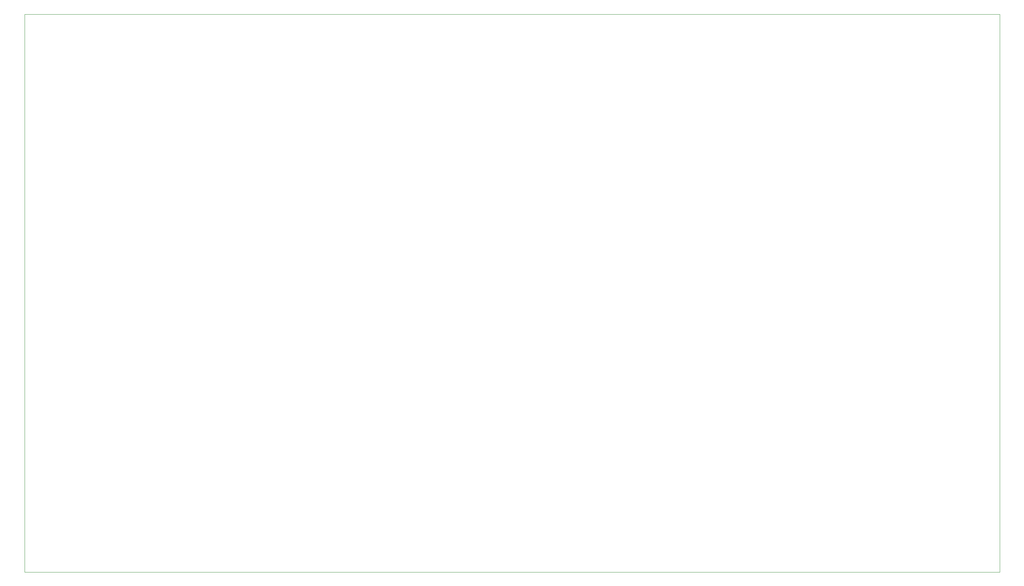
<source format=gbr>
%TF.GenerationSoftware,KiCad,Pcbnew,8.0.9-8.0.9-0~ubuntu22.04.1*%
%TF.CreationDate,2025-06-30T15:02:04+02:00*%
%TF.ProjectId,CPU09BP8,43505530-3942-4503-982e-6b696361645f,rev?*%
%TF.SameCoordinates,Original*%
%TF.FileFunction,Profile,NP*%
%FSLAX46Y46*%
G04 Gerber Fmt 4.6, Leading zero omitted, Abs format (unit mm)*
G04 Created by KiCad (PCBNEW 8.0.9-8.0.9-0~ubuntu22.04.1) date 2025-06-30 15:02:04*
%MOMM*%
%LPD*%
G01*
G04 APERTURE LIST*
%TA.AperFunction,Profile*%
%ADD10C,0.050000*%
%TD*%
G04 APERTURE END LIST*
D10*
X0Y0D02*
X231400000Y0D01*
X231400000Y-132500000D01*
X0Y-132500000D01*
X0Y0D01*
M02*

</source>
